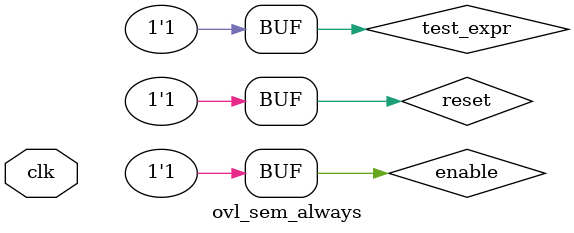
<source format=sv>
module ovl_sem_always(input logic clk);
  logic reset = 1'b1;
  logic enable = 1'b1;
`ifdef FAIL
  logic test_expr = 1'b0;
`else
  logic test_expr = 1'b1;
`endif
  ovl_always dut (
      .clock(clk), .reset(reset), .enable(enable), .test_expr(test_expr), .fire());
endmodule

</source>
